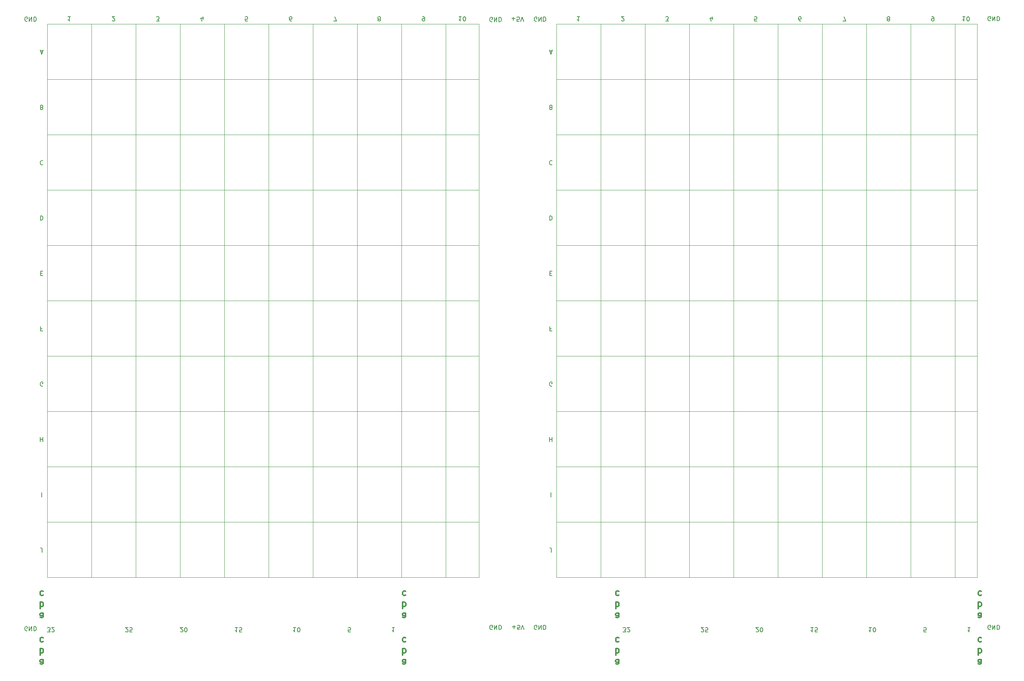
<source format=gbr>
G04 #@! TF.GenerationSoftware,KiCad,Pcbnew,(5.1.4-0-10_14)*
G04 #@! TF.CreationDate,2019-11-30T07:52:10+01:00*
G04 #@! TF.ProjectId,Eurocard_6U_233x160_VME,4575726f-6361-4726-945f-36555f323333,rev?*
G04 #@! TF.SameCoordinates,Original*
G04 #@! TF.FileFunction,Legend,Bot*
G04 #@! TF.FilePolarity,Positive*
%FSLAX46Y46*%
G04 Gerber Fmt 4.6, Leading zero omitted, Abs format (unit mm)*
G04 Created by KiCad (PCBNEW (5.1.4-0-10_14)) date 2019-11-30 07:52:10*
%MOMM*%
%LPD*%
G04 APERTURE LIST*
%ADD10C,0.150000*%
%ADD11C,0.300000*%
%ADD12C,0.120000*%
G04 APERTURE END LIST*
D10*
X141945357Y12404380D02*
X142564404Y12404380D01*
X142231071Y12785333D01*
X142373928Y12785333D01*
X142469166Y12832952D01*
X142516785Y12880571D01*
X142564404Y12975809D01*
X142564404Y13213904D01*
X142516785Y13309142D01*
X142469166Y13356761D01*
X142373928Y13404380D01*
X142088214Y13404380D01*
X141992976Y13356761D01*
X141945357Y13309142D01*
X142945357Y12499619D02*
X142992976Y12452000D01*
X143088214Y12404380D01*
X143326309Y12404380D01*
X143421547Y12452000D01*
X143469166Y12499619D01*
X143516785Y12594857D01*
X143516785Y12690095D01*
X143469166Y12832952D01*
X142897738Y13404380D01*
X143516785Y13404380D01*
X159897738Y12499619D02*
X159945357Y12452000D01*
X160040595Y12404380D01*
X160278690Y12404380D01*
X160373928Y12452000D01*
X160421547Y12499619D01*
X160469166Y12594857D01*
X160469166Y12690095D01*
X160421547Y12832952D01*
X159850119Y13404380D01*
X160469166Y13404380D01*
X161373928Y12404380D02*
X160897738Y12404380D01*
X160850119Y12880571D01*
X160897738Y12832952D01*
X160992976Y12785333D01*
X161231071Y12785333D01*
X161326309Y12832952D01*
X161373928Y12880571D01*
X161421547Y12975809D01*
X161421547Y13213904D01*
X161373928Y13309142D01*
X161326309Y13356761D01*
X161231071Y13404380D01*
X160992976Y13404380D01*
X160897738Y13356761D01*
X160850119Y13309142D01*
X172469166Y12499619D02*
X172516785Y12452000D01*
X172612023Y12404380D01*
X172850119Y12404380D01*
X172945357Y12452000D01*
X172992976Y12499619D01*
X173040595Y12594857D01*
X173040595Y12690095D01*
X172992976Y12832952D01*
X172421547Y13404380D01*
X173040595Y13404380D01*
X173659642Y12404380D02*
X173754880Y12404380D01*
X173850119Y12452000D01*
X173897738Y12499619D01*
X173945357Y12594857D01*
X173992976Y12785333D01*
X173992976Y13023428D01*
X173945357Y13213904D01*
X173897738Y13309142D01*
X173850119Y13356761D01*
X173754880Y13404380D01*
X173659642Y13404380D01*
X173564404Y13356761D01*
X173516785Y13309142D01*
X173469166Y13213904D01*
X173421547Y13023428D01*
X173421547Y12785333D01*
X173469166Y12594857D01*
X173516785Y12499619D01*
X173564404Y12452000D01*
X173659642Y12404380D01*
X185612023Y13404380D02*
X185040595Y13404380D01*
X185326309Y13404380D02*
X185326309Y12404380D01*
X185231071Y12547238D01*
X185135833Y12642476D01*
X185040595Y12690095D01*
X186516785Y12404380D02*
X186040595Y12404380D01*
X185992976Y12880571D01*
X186040595Y12832952D01*
X186135833Y12785333D01*
X186373928Y12785333D01*
X186469166Y12832952D01*
X186516785Y12880571D01*
X186564404Y12975809D01*
X186564404Y13213904D01*
X186516785Y13309142D01*
X186469166Y13356761D01*
X186373928Y13404380D01*
X186135833Y13404380D01*
X186040595Y13356761D01*
X185992976Y13309142D01*
X198945357Y13404380D02*
X198373928Y13404380D01*
X198659642Y13404380D02*
X198659642Y12404380D01*
X198564404Y12547238D01*
X198469166Y12642476D01*
X198373928Y12690095D01*
X199564404Y12404380D02*
X199659642Y12404380D01*
X199754880Y12452000D01*
X199802500Y12499619D01*
X199850119Y12594857D01*
X199897738Y12785333D01*
X199897738Y13023428D01*
X199850119Y13213904D01*
X199802500Y13309142D01*
X199754880Y13356761D01*
X199659642Y13404380D01*
X199564404Y13404380D01*
X199469166Y13356761D01*
X199421547Y13309142D01*
X199373928Y13213904D01*
X199326309Y13023428D01*
X199326309Y12785333D01*
X199373928Y12594857D01*
X199421547Y12499619D01*
X199469166Y12452000D01*
X199564404Y12404380D01*
X211469166Y12404380D02*
X210992976Y12404380D01*
X210945357Y12880571D01*
X210992976Y12832952D01*
X211088214Y12785333D01*
X211326309Y12785333D01*
X211421547Y12832952D01*
X211469166Y12880571D01*
X211516785Y12975809D01*
X211516785Y13213904D01*
X211469166Y13309142D01*
X211421547Y13356761D01*
X211326309Y13404380D01*
X211088214Y13404380D01*
X210992976Y13356761D01*
X210945357Y13309142D01*
X221612023Y13404380D02*
X221040595Y13404380D01*
X221326309Y13404380D02*
X221326309Y12404380D01*
X221231071Y12547238D01*
X221135833Y12642476D01*
X221040595Y12690095D01*
D11*
X140941428Y16668571D02*
X140941428Y15882857D01*
X140870000Y15740000D01*
X140727142Y15668571D01*
X140441428Y15668571D01*
X140298571Y15740000D01*
X140941428Y16597142D02*
X140798571Y16668571D01*
X140441428Y16668571D01*
X140298571Y16597142D01*
X140227142Y16454285D01*
X140227142Y16311428D01*
X140298571Y16168571D01*
X140441428Y16097142D01*
X140798571Y16097142D01*
X140941428Y16025714D01*
X140298571Y19218571D02*
X140298571Y17718571D01*
X140298571Y18290000D02*
X140441428Y18218571D01*
X140727142Y18218571D01*
X140870000Y18290000D01*
X140941428Y18361428D01*
X141012857Y18504285D01*
X141012857Y18932857D01*
X140941428Y19075714D01*
X140870000Y19147142D01*
X140727142Y19218571D01*
X140441428Y19218571D01*
X140298571Y19147142D01*
X140977142Y21697142D02*
X140834285Y21768571D01*
X140548571Y21768571D01*
X140405714Y21697142D01*
X140334285Y21625714D01*
X140262857Y21482857D01*
X140262857Y21054285D01*
X140334285Y20911428D01*
X140405714Y20840000D01*
X140548571Y20768571D01*
X140834285Y20768571D01*
X140977142Y20840000D01*
X224126428Y16668571D02*
X224126428Y15882857D01*
X224055000Y15740000D01*
X223912142Y15668571D01*
X223626428Y15668571D01*
X223483571Y15740000D01*
X224126428Y16597142D02*
X223983571Y16668571D01*
X223626428Y16668571D01*
X223483571Y16597142D01*
X223412142Y16454285D01*
X223412142Y16311428D01*
X223483571Y16168571D01*
X223626428Y16097142D01*
X223983571Y16097142D01*
X224126428Y16025714D01*
X223483571Y19218571D02*
X223483571Y17718571D01*
X223483571Y18290000D02*
X223626428Y18218571D01*
X223912142Y18218571D01*
X224055000Y18290000D01*
X224126428Y18361428D01*
X224197857Y18504285D01*
X224197857Y18932857D01*
X224126428Y19075714D01*
X224055000Y19147142D01*
X223912142Y19218571D01*
X223626428Y19218571D01*
X223483571Y19147142D01*
X224162142Y21697142D02*
X224019285Y21768571D01*
X223733571Y21768571D01*
X223590714Y21697142D01*
X223519285Y21625714D01*
X223447857Y21482857D01*
X223447857Y21054285D01*
X223519285Y20911428D01*
X223590714Y20840000D01*
X223733571Y20768571D01*
X224019285Y20768571D01*
X224162142Y20840000D01*
X140941428Y6000571D02*
X140941428Y5214857D01*
X140870000Y5072000D01*
X140727142Y5000571D01*
X140441428Y5000571D01*
X140298571Y5072000D01*
X140941428Y5929142D02*
X140798571Y6000571D01*
X140441428Y6000571D01*
X140298571Y5929142D01*
X140227142Y5786285D01*
X140227142Y5643428D01*
X140298571Y5500571D01*
X140441428Y5429142D01*
X140798571Y5429142D01*
X140941428Y5357714D01*
X140298571Y8550571D02*
X140298571Y7050571D01*
X140298571Y7622000D02*
X140441428Y7550571D01*
X140727142Y7550571D01*
X140870000Y7622000D01*
X140941428Y7693428D01*
X141012857Y7836285D01*
X141012857Y8264857D01*
X140941428Y8407714D01*
X140870000Y8479142D01*
X140727142Y8550571D01*
X140441428Y8550571D01*
X140298571Y8479142D01*
X140977142Y11029142D02*
X140834285Y11100571D01*
X140548571Y11100571D01*
X140405714Y11029142D01*
X140334285Y10957714D01*
X140262857Y10814857D01*
X140262857Y10386285D01*
X140334285Y10243428D01*
X140405714Y10172000D01*
X140548571Y10100571D01*
X140834285Y10100571D01*
X140977142Y10172000D01*
X224126428Y6000571D02*
X224126428Y5214857D01*
X224055000Y5072000D01*
X223912142Y5000571D01*
X223626428Y5000571D01*
X223483571Y5072000D01*
X224126428Y5929142D02*
X223983571Y6000571D01*
X223626428Y6000571D01*
X223483571Y5929142D01*
X223412142Y5786285D01*
X223412142Y5643428D01*
X223483571Y5500571D01*
X223626428Y5429142D01*
X223983571Y5429142D01*
X224126428Y5357714D01*
X223483571Y8550571D02*
X223483571Y7050571D01*
X223483571Y7622000D02*
X223626428Y7550571D01*
X223912142Y7550571D01*
X224055000Y7622000D01*
X224126428Y7693428D01*
X224197857Y7836285D01*
X224197857Y8264857D01*
X224126428Y8407714D01*
X224055000Y8479142D01*
X223912142Y8550571D01*
X223626428Y8550571D01*
X223483571Y8479142D01*
X224162142Y11029142D02*
X224019285Y11100571D01*
X223733571Y11100571D01*
X223590714Y11029142D01*
X223519285Y10957714D01*
X223447857Y10814857D01*
X223447857Y10386285D01*
X223519285Y10243428D01*
X223590714Y10172000D01*
X223733571Y10100571D01*
X224019285Y10100571D01*
X224162142Y10172000D01*
D10*
X9865357Y12404380D02*
X10484404Y12404380D01*
X10151071Y12785333D01*
X10293928Y12785333D01*
X10389166Y12832952D01*
X10436785Y12880571D01*
X10484404Y12975809D01*
X10484404Y13213904D01*
X10436785Y13309142D01*
X10389166Y13356761D01*
X10293928Y13404380D01*
X10008214Y13404380D01*
X9912976Y13356761D01*
X9865357Y13309142D01*
X10865357Y12499619D02*
X10912976Y12452000D01*
X11008214Y12404380D01*
X11246309Y12404380D01*
X11341547Y12452000D01*
X11389166Y12499619D01*
X11436785Y12594857D01*
X11436785Y12690095D01*
X11389166Y12832952D01*
X10817738Y13404380D01*
X11436785Y13404380D01*
X27817738Y12499619D02*
X27865357Y12452000D01*
X27960595Y12404380D01*
X28198690Y12404380D01*
X28293928Y12452000D01*
X28341547Y12499619D01*
X28389166Y12594857D01*
X28389166Y12690095D01*
X28341547Y12832952D01*
X27770119Y13404380D01*
X28389166Y13404380D01*
X29293928Y12404380D02*
X28817738Y12404380D01*
X28770119Y12880571D01*
X28817738Y12832952D01*
X28912976Y12785333D01*
X29151071Y12785333D01*
X29246309Y12832952D01*
X29293928Y12880571D01*
X29341547Y12975809D01*
X29341547Y13213904D01*
X29293928Y13309142D01*
X29246309Y13356761D01*
X29151071Y13404380D01*
X28912976Y13404380D01*
X28817738Y13356761D01*
X28770119Y13309142D01*
X40389166Y12499619D02*
X40436785Y12452000D01*
X40532023Y12404380D01*
X40770119Y12404380D01*
X40865357Y12452000D01*
X40912976Y12499619D01*
X40960595Y12594857D01*
X40960595Y12690095D01*
X40912976Y12832952D01*
X40341547Y13404380D01*
X40960595Y13404380D01*
X41579642Y12404380D02*
X41674880Y12404380D01*
X41770119Y12452000D01*
X41817738Y12499619D01*
X41865357Y12594857D01*
X41912976Y12785333D01*
X41912976Y13023428D01*
X41865357Y13213904D01*
X41817738Y13309142D01*
X41770119Y13356761D01*
X41674880Y13404380D01*
X41579642Y13404380D01*
X41484404Y13356761D01*
X41436785Y13309142D01*
X41389166Y13213904D01*
X41341547Y13023428D01*
X41341547Y12785333D01*
X41389166Y12594857D01*
X41436785Y12499619D01*
X41484404Y12452000D01*
X41579642Y12404380D01*
X53532023Y13404380D02*
X52960595Y13404380D01*
X53246309Y13404380D02*
X53246309Y12404380D01*
X53151071Y12547238D01*
X53055833Y12642476D01*
X52960595Y12690095D01*
X54436785Y12404380D02*
X53960595Y12404380D01*
X53912976Y12880571D01*
X53960595Y12832952D01*
X54055833Y12785333D01*
X54293928Y12785333D01*
X54389166Y12832952D01*
X54436785Y12880571D01*
X54484404Y12975809D01*
X54484404Y13213904D01*
X54436785Y13309142D01*
X54389166Y13356761D01*
X54293928Y13404380D01*
X54055833Y13404380D01*
X53960595Y13356761D01*
X53912976Y13309142D01*
X66865357Y13404380D02*
X66293928Y13404380D01*
X66579642Y13404380D02*
X66579642Y12404380D01*
X66484404Y12547238D01*
X66389166Y12642476D01*
X66293928Y12690095D01*
X67484404Y12404380D02*
X67579642Y12404380D01*
X67674880Y12452000D01*
X67722500Y12499619D01*
X67770119Y12594857D01*
X67817738Y12785333D01*
X67817738Y13023428D01*
X67770119Y13213904D01*
X67722500Y13309142D01*
X67674880Y13356761D01*
X67579642Y13404380D01*
X67484404Y13404380D01*
X67389166Y13356761D01*
X67341547Y13309142D01*
X67293928Y13213904D01*
X67246309Y13023428D01*
X67246309Y12785333D01*
X67293928Y12594857D01*
X67341547Y12499619D01*
X67389166Y12452000D01*
X67484404Y12404380D01*
X79389166Y12404380D02*
X78912976Y12404380D01*
X78865357Y12880571D01*
X78912976Y12832952D01*
X79008214Y12785333D01*
X79246309Y12785333D01*
X79341547Y12832952D01*
X79389166Y12880571D01*
X79436785Y12975809D01*
X79436785Y13213904D01*
X79389166Y13309142D01*
X79341547Y13356761D01*
X79246309Y13404380D01*
X79008214Y13404380D01*
X78912976Y13356761D01*
X78865357Y13309142D01*
X89532023Y13404380D02*
X88960595Y13404380D01*
X89246309Y13404380D02*
X89246309Y12404380D01*
X89151071Y12547238D01*
X89055833Y12642476D01*
X88960595Y12690095D01*
D11*
X8861428Y16668571D02*
X8861428Y15882857D01*
X8790000Y15740000D01*
X8647142Y15668571D01*
X8361428Y15668571D01*
X8218571Y15740000D01*
X8861428Y16597142D02*
X8718571Y16668571D01*
X8361428Y16668571D01*
X8218571Y16597142D01*
X8147142Y16454285D01*
X8147142Y16311428D01*
X8218571Y16168571D01*
X8361428Y16097142D01*
X8718571Y16097142D01*
X8861428Y16025714D01*
X8218571Y19218571D02*
X8218571Y17718571D01*
X8218571Y18290000D02*
X8361428Y18218571D01*
X8647142Y18218571D01*
X8790000Y18290000D01*
X8861428Y18361428D01*
X8932857Y18504285D01*
X8932857Y18932857D01*
X8861428Y19075714D01*
X8790000Y19147142D01*
X8647142Y19218571D01*
X8361428Y19218571D01*
X8218571Y19147142D01*
X8897142Y21697142D02*
X8754285Y21768571D01*
X8468571Y21768571D01*
X8325714Y21697142D01*
X8254285Y21625714D01*
X8182857Y21482857D01*
X8182857Y21054285D01*
X8254285Y20911428D01*
X8325714Y20840000D01*
X8468571Y20768571D01*
X8754285Y20768571D01*
X8897142Y20840000D01*
X92046428Y16668571D02*
X92046428Y15882857D01*
X91975000Y15740000D01*
X91832142Y15668571D01*
X91546428Y15668571D01*
X91403571Y15740000D01*
X92046428Y16597142D02*
X91903571Y16668571D01*
X91546428Y16668571D01*
X91403571Y16597142D01*
X91332142Y16454285D01*
X91332142Y16311428D01*
X91403571Y16168571D01*
X91546428Y16097142D01*
X91903571Y16097142D01*
X92046428Y16025714D01*
X91403571Y19218571D02*
X91403571Y17718571D01*
X91403571Y18290000D02*
X91546428Y18218571D01*
X91832142Y18218571D01*
X91975000Y18290000D01*
X92046428Y18361428D01*
X92117857Y18504285D01*
X92117857Y18932857D01*
X92046428Y19075714D01*
X91975000Y19147142D01*
X91832142Y19218571D01*
X91546428Y19218571D01*
X91403571Y19147142D01*
X92082142Y21697142D02*
X91939285Y21768571D01*
X91653571Y21768571D01*
X91510714Y21697142D01*
X91439285Y21625714D01*
X91367857Y21482857D01*
X91367857Y21054285D01*
X91439285Y20911428D01*
X91510714Y20840000D01*
X91653571Y20768571D01*
X91939285Y20768571D01*
X92082142Y20840000D01*
X8861428Y6000571D02*
X8861428Y5214857D01*
X8790000Y5072000D01*
X8647142Y5000571D01*
X8361428Y5000571D01*
X8218571Y5072000D01*
X8861428Y5929142D02*
X8718571Y6000571D01*
X8361428Y6000571D01*
X8218571Y5929142D01*
X8147142Y5786285D01*
X8147142Y5643428D01*
X8218571Y5500571D01*
X8361428Y5429142D01*
X8718571Y5429142D01*
X8861428Y5357714D01*
X8218571Y8550571D02*
X8218571Y7050571D01*
X8218571Y7622000D02*
X8361428Y7550571D01*
X8647142Y7550571D01*
X8790000Y7622000D01*
X8861428Y7693428D01*
X8932857Y7836285D01*
X8932857Y8264857D01*
X8861428Y8407714D01*
X8790000Y8479142D01*
X8647142Y8550571D01*
X8361428Y8550571D01*
X8218571Y8479142D01*
X8897142Y11029142D02*
X8754285Y11100571D01*
X8468571Y11100571D01*
X8325714Y11029142D01*
X8254285Y10957714D01*
X8182857Y10814857D01*
X8182857Y10386285D01*
X8254285Y10243428D01*
X8325714Y10172000D01*
X8468571Y10100571D01*
X8754285Y10100571D01*
X8897142Y10172000D01*
X92046428Y6000571D02*
X92046428Y5214857D01*
X91975000Y5072000D01*
X91832142Y5000571D01*
X91546428Y5000571D01*
X91403571Y5072000D01*
X92046428Y5929142D02*
X91903571Y6000571D01*
X91546428Y6000571D01*
X91403571Y5929142D01*
X91332142Y5786285D01*
X91332142Y5643428D01*
X91403571Y5500571D01*
X91546428Y5429142D01*
X91903571Y5429142D01*
X92046428Y5357714D01*
X91403571Y8550571D02*
X91403571Y7050571D01*
X91403571Y7622000D02*
X91546428Y7550571D01*
X91832142Y7550571D01*
X91975000Y7622000D01*
X92046428Y7693428D01*
X92117857Y7836285D01*
X92117857Y8264857D01*
X92046428Y8407714D01*
X91975000Y8479142D01*
X91832142Y8550571D01*
X91546428Y8550571D01*
X91403571Y8479142D01*
X92082142Y11029142D02*
X91939285Y11100571D01*
X91653571Y11100571D01*
X91510714Y11029142D01*
X91439285Y10957714D01*
X91367857Y10814857D01*
X91367857Y10386285D01*
X91439285Y10243428D01*
X91510714Y10172000D01*
X91653571Y10100571D01*
X91939285Y10100571D01*
X92082142Y10172000D01*
D12*
X218090000Y151890000D02*
X218090000Y24890000D01*
X223170000Y151890000D02*
X223170000Y24890000D01*
X223170000Y126490000D02*
X126650000Y126490000D01*
X126650000Y139190000D02*
X223170000Y139190000D01*
X146970000Y151890000D02*
X146970000Y24890000D01*
X136810000Y24890000D02*
X136810000Y151890000D01*
X157130000Y151890000D02*
X157130000Y24890000D01*
X167290000Y24890000D02*
X167290000Y151890000D01*
X177450000Y151890000D02*
X177450000Y24890000D01*
X187610000Y24890000D02*
X187610000Y151890000D01*
X197770000Y151890000D02*
X197770000Y24890000D01*
X126650000Y37590000D02*
X223170000Y37590000D01*
X126650000Y151890000D02*
X223170000Y151890000D01*
X207930000Y151890000D02*
X207930000Y24890000D01*
X223170000Y101090000D02*
X126650000Y101090000D01*
X126650000Y113790000D02*
X223170000Y113790000D01*
X223170000Y50290000D02*
X126650000Y50290000D01*
X126650000Y62990000D02*
X223170000Y62990000D01*
X223170000Y75690000D02*
X126650000Y75690000D01*
X126650000Y88390000D02*
X223170000Y88390000D01*
X223170000Y24890000D02*
X126650000Y24890000D01*
X126650000Y24890000D02*
X126650000Y151890000D01*
D10*
X125094285Y57092380D02*
X125094285Y56092380D01*
X125094285Y56568571D02*
X125665714Y56568571D01*
X125665714Y57092380D02*
X125665714Y56092380D01*
X125522857Y30692380D02*
X125522857Y31406666D01*
X125475238Y31549523D01*
X125380000Y31644761D01*
X125237142Y31692380D01*
X125141904Y31692380D01*
X125380000Y44392380D02*
X125380000Y43392380D01*
X220439523Y153612380D02*
X219868095Y153612380D01*
X220153809Y153612380D02*
X220153809Y152612380D01*
X220058571Y152755238D01*
X219963333Y152850476D01*
X219868095Y152898095D01*
X221058571Y152612380D02*
X221153809Y152612380D01*
X221249047Y152660000D01*
X221296666Y152707619D01*
X221344285Y152802857D01*
X221391904Y152993333D01*
X221391904Y153231428D01*
X221344285Y153421904D01*
X221296666Y153517142D01*
X221249047Y153564761D01*
X221153809Y153612380D01*
X221058571Y153612380D01*
X220963333Y153564761D01*
X220915714Y153517142D01*
X220868095Y153421904D01*
X220820476Y153231428D01*
X220820476Y152993333D01*
X220868095Y152802857D01*
X220915714Y152707619D01*
X220963333Y152660000D01*
X221058571Y152612380D01*
X212819523Y153612380D02*
X213010000Y153612380D01*
X213105238Y153564761D01*
X213152857Y153517142D01*
X213248095Y153374285D01*
X213295714Y153183809D01*
X213295714Y152802857D01*
X213248095Y152707619D01*
X213200476Y152660000D01*
X213105238Y152612380D01*
X212914761Y152612380D01*
X212819523Y152660000D01*
X212771904Y152707619D01*
X212724285Y152802857D01*
X212724285Y153040952D01*
X212771904Y153136190D01*
X212819523Y153183809D01*
X212914761Y153231428D01*
X213105238Y153231428D01*
X213200476Y153183809D01*
X213248095Y153136190D01*
X213295714Y153040952D01*
X125522857Y81968571D02*
X125189523Y81968571D01*
X125189523Y82492380D02*
X125189523Y81492380D01*
X125665714Y81492380D01*
X125641904Y68840000D02*
X125546666Y68792380D01*
X125403809Y68792380D01*
X125260952Y68840000D01*
X125165714Y68935238D01*
X125118095Y69030476D01*
X125070476Y69220952D01*
X125070476Y69363809D01*
X125118095Y69554285D01*
X125165714Y69649523D01*
X125260952Y69744761D01*
X125403809Y69792380D01*
X125499047Y69792380D01*
X125641904Y69744761D01*
X125689523Y69697142D01*
X125689523Y69363809D01*
X125499047Y69363809D01*
X125165714Y94668571D02*
X125499047Y94668571D01*
X125641904Y95192380D02*
X125165714Y95192380D01*
X125165714Y94192380D01*
X125641904Y94192380D01*
X125118095Y107892380D02*
X125118095Y106892380D01*
X125356190Y106892380D01*
X125499047Y106940000D01*
X125594285Y107035238D01*
X125641904Y107130476D01*
X125689523Y107320952D01*
X125689523Y107463809D01*
X125641904Y107654285D01*
X125594285Y107749523D01*
X125499047Y107844761D01*
X125356190Y107892380D01*
X125118095Y107892380D01*
X125689523Y120497142D02*
X125641904Y120544761D01*
X125499047Y120592380D01*
X125403809Y120592380D01*
X125260952Y120544761D01*
X125165714Y120449523D01*
X125118095Y120354285D01*
X125070476Y120163809D01*
X125070476Y120020952D01*
X125118095Y119830476D01*
X125165714Y119735238D01*
X125260952Y119640000D01*
X125403809Y119592380D01*
X125499047Y119592380D01*
X125641904Y119640000D01*
X125689523Y119687619D01*
X132015714Y153612380D02*
X131444285Y153612380D01*
X131730000Y153612380D02*
X131730000Y152612380D01*
X131634761Y152755238D01*
X131539523Y152850476D01*
X131444285Y152898095D01*
X151716666Y152612380D02*
X152335714Y152612380D01*
X152002380Y152993333D01*
X152145238Y152993333D01*
X152240476Y153040952D01*
X152288095Y153088571D01*
X152335714Y153183809D01*
X152335714Y153421904D01*
X152288095Y153517142D01*
X152240476Y153564761D01*
X152145238Y153612380D01*
X151859523Y153612380D01*
X151764285Y153564761D01*
X151716666Y153517142D01*
X202754761Y153040952D02*
X202659523Y152993333D01*
X202611904Y152945714D01*
X202564285Y152850476D01*
X202564285Y152802857D01*
X202611904Y152707619D01*
X202659523Y152660000D01*
X202754761Y152612380D01*
X202945238Y152612380D01*
X203040476Y152660000D01*
X203088095Y152707619D01*
X203135714Y152802857D01*
X203135714Y152850476D01*
X203088095Y152945714D01*
X203040476Y152993333D01*
X202945238Y153040952D01*
X202754761Y153040952D01*
X202659523Y153088571D01*
X202611904Y153136190D01*
X202564285Y153231428D01*
X202564285Y153421904D01*
X202611904Y153517142D01*
X202659523Y153564761D01*
X202754761Y153612380D01*
X202945238Y153612380D01*
X203040476Y153564761D01*
X203088095Y153517142D01*
X203135714Y153421904D01*
X203135714Y153231428D01*
X203088095Y153136190D01*
X203040476Y153088571D01*
X202945238Y153040952D01*
X182720476Y152612380D02*
X182530000Y152612380D01*
X182434761Y152660000D01*
X182387142Y152707619D01*
X182291904Y152850476D01*
X182244285Y153040952D01*
X182244285Y153421904D01*
X182291904Y153517142D01*
X182339523Y153564761D01*
X182434761Y153612380D01*
X182625238Y153612380D01*
X182720476Y153564761D01*
X182768095Y153517142D01*
X182815714Y153421904D01*
X182815714Y153183809D01*
X182768095Y153088571D01*
X182720476Y153040952D01*
X182625238Y152993333D01*
X182434761Y152993333D01*
X182339523Y153040952D01*
X182291904Y153088571D01*
X182244285Y153183809D01*
X192356666Y152612380D02*
X193023333Y152612380D01*
X192594761Y153612380D01*
X141604285Y152707619D02*
X141651904Y152660000D01*
X141747142Y152612380D01*
X141985238Y152612380D01*
X142080476Y152660000D01*
X142128095Y152707619D01*
X142175714Y152802857D01*
X142175714Y152898095D01*
X142128095Y153040952D01*
X141556666Y153612380D01*
X142175714Y153612380D01*
X162400476Y152945714D02*
X162400476Y153612380D01*
X162162380Y152564761D02*
X161924285Y153279047D01*
X162543333Y153279047D01*
X172608095Y152612380D02*
X172131904Y152612380D01*
X172084285Y153088571D01*
X172131904Y153040952D01*
X172227142Y152993333D01*
X172465238Y152993333D01*
X172560476Y153040952D01*
X172608095Y153088571D01*
X172655714Y153183809D01*
X172655714Y153421904D01*
X172608095Y153517142D01*
X172560476Y153564761D01*
X172465238Y153612380D01*
X172227142Y153612380D01*
X172131904Y153564761D01*
X172084285Y153517142D01*
X125451428Y132768571D02*
X125594285Y132816190D01*
X125641904Y132863809D01*
X125689523Y132959047D01*
X125689523Y133101904D01*
X125641904Y133197142D01*
X125594285Y133244761D01*
X125499047Y133292380D01*
X125118095Y133292380D01*
X125118095Y132292380D01*
X125451428Y132292380D01*
X125546666Y132340000D01*
X125594285Y132387619D01*
X125641904Y132482857D01*
X125641904Y132578095D01*
X125594285Y132673333D01*
X125546666Y132720952D01*
X125451428Y132768571D01*
X125118095Y132768571D01*
X125141904Y145706666D02*
X125618095Y145706666D01*
X125046666Y145992380D02*
X125380000Y144992380D01*
X125713333Y145992380D01*
X104869523Y153612380D02*
X104298095Y153612380D01*
X104583809Y153612380D02*
X104583809Y152612380D01*
X104488571Y152755238D01*
X104393333Y152850476D01*
X104298095Y152898095D01*
X105488571Y152612380D02*
X105583809Y152612380D01*
X105679047Y152660000D01*
X105726666Y152707619D01*
X105774285Y152802857D01*
X105821904Y152993333D01*
X105821904Y153231428D01*
X105774285Y153421904D01*
X105726666Y153517142D01*
X105679047Y153564761D01*
X105583809Y153612380D01*
X105488571Y153612380D01*
X105393333Y153564761D01*
X105345714Y153517142D01*
X105298095Y153421904D01*
X105250476Y153231428D01*
X105250476Y152993333D01*
X105298095Y152802857D01*
X105345714Y152707619D01*
X105393333Y152660000D01*
X105488571Y152612380D01*
X95979523Y153612380D02*
X96170000Y153612380D01*
X96265238Y153564761D01*
X96312857Y153517142D01*
X96408095Y153374285D01*
X96455714Y153183809D01*
X96455714Y152802857D01*
X96408095Y152707619D01*
X96360476Y152660000D01*
X96265238Y152612380D01*
X96074761Y152612380D01*
X95979523Y152660000D01*
X95931904Y152707619D01*
X95884285Y152802857D01*
X95884285Y153040952D01*
X95931904Y153136190D01*
X95979523Y153183809D01*
X96074761Y153231428D01*
X96265238Y153231428D01*
X96360476Y153183809D01*
X96408095Y153136190D01*
X96455714Y153040952D01*
D12*
X108870000Y151890000D02*
X108870000Y24890000D01*
X101250000Y151890000D02*
X101250000Y24890000D01*
X30130000Y151890000D02*
X30130000Y24890000D01*
X19970000Y24890000D02*
X19970000Y151890000D01*
X40290000Y151890000D02*
X40290000Y24890000D01*
X50450000Y24890000D02*
X50450000Y151890000D01*
X60610000Y151890000D02*
X60610000Y24890000D01*
X70770000Y24890000D02*
X70770000Y151890000D01*
X80930000Y151890000D02*
X80930000Y24890000D01*
X9810000Y37590000D02*
X108870000Y37590000D01*
X108870000Y50290000D02*
X9810000Y50290000D01*
X9810000Y62990000D02*
X108870000Y62990000D01*
X108870000Y75690000D02*
X9810000Y75690000D01*
X9810000Y88390000D02*
X108870000Y88390000D01*
X108870000Y101090000D02*
X9810000Y101090000D01*
X9810000Y113790000D02*
X108870000Y113790000D01*
X108870000Y126490000D02*
X9810000Y126490000D01*
X9810000Y139190000D02*
X108870000Y139190000D01*
X9810000Y151890000D02*
X108870000Y151890000D01*
X91090000Y151890000D02*
X91090000Y24890000D01*
X108870000Y24890000D02*
X9810000Y24890000D01*
X9810000Y24890000D02*
X9810000Y151890000D01*
D10*
X8682857Y30692380D02*
X8682857Y31406666D01*
X8635238Y31549523D01*
X8540000Y31644761D01*
X8397142Y31692380D01*
X8301904Y31692380D01*
X8540000Y44392380D02*
X8540000Y43392380D01*
X8254285Y57092380D02*
X8254285Y56092380D01*
X8254285Y56568571D02*
X8825714Y56568571D01*
X8825714Y57092380D02*
X8825714Y56092380D01*
X8801904Y68840000D02*
X8706666Y68792380D01*
X8563809Y68792380D01*
X8420952Y68840000D01*
X8325714Y68935238D01*
X8278095Y69030476D01*
X8230476Y69220952D01*
X8230476Y69363809D01*
X8278095Y69554285D01*
X8325714Y69649523D01*
X8420952Y69744761D01*
X8563809Y69792380D01*
X8659047Y69792380D01*
X8801904Y69744761D01*
X8849523Y69697142D01*
X8849523Y69363809D01*
X8659047Y69363809D01*
X8682857Y81968571D02*
X8349523Y81968571D01*
X8349523Y82492380D02*
X8349523Y81492380D01*
X8825714Y81492380D01*
X8325714Y94668571D02*
X8659047Y94668571D01*
X8801904Y95192380D02*
X8325714Y95192380D01*
X8325714Y94192380D01*
X8801904Y94192380D01*
X8278095Y107892380D02*
X8278095Y106892380D01*
X8516190Y106892380D01*
X8659047Y106940000D01*
X8754285Y107035238D01*
X8801904Y107130476D01*
X8849523Y107320952D01*
X8849523Y107463809D01*
X8801904Y107654285D01*
X8754285Y107749523D01*
X8659047Y107844761D01*
X8516190Y107892380D01*
X8278095Y107892380D01*
X8849523Y120497142D02*
X8801904Y120544761D01*
X8659047Y120592380D01*
X8563809Y120592380D01*
X8420952Y120544761D01*
X8325714Y120449523D01*
X8278095Y120354285D01*
X8230476Y120163809D01*
X8230476Y120020952D01*
X8278095Y119830476D01*
X8325714Y119735238D01*
X8420952Y119640000D01*
X8563809Y119592380D01*
X8659047Y119592380D01*
X8801904Y119640000D01*
X8849523Y119687619D01*
X8611428Y132768571D02*
X8754285Y132816190D01*
X8801904Y132863809D01*
X8849523Y132959047D01*
X8849523Y133101904D01*
X8801904Y133197142D01*
X8754285Y133244761D01*
X8659047Y133292380D01*
X8278095Y133292380D01*
X8278095Y132292380D01*
X8611428Y132292380D01*
X8706666Y132340000D01*
X8754285Y132387619D01*
X8801904Y132482857D01*
X8801904Y132578095D01*
X8754285Y132673333D01*
X8706666Y132720952D01*
X8611428Y132768571D01*
X8278095Y132768571D01*
X8301904Y145706666D02*
X8778095Y145706666D01*
X8206666Y145992380D02*
X8540000Y144992380D01*
X8873333Y145992380D01*
X55768095Y152612380D02*
X55291904Y152612380D01*
X55244285Y153088571D01*
X55291904Y153040952D01*
X55387142Y152993333D01*
X55625238Y152993333D01*
X55720476Y153040952D01*
X55768095Y153088571D01*
X55815714Y153183809D01*
X55815714Y153421904D01*
X55768095Y153517142D01*
X55720476Y153564761D01*
X55625238Y153612380D01*
X55387142Y153612380D01*
X55291904Y153564761D01*
X55244285Y153517142D01*
X85914761Y153040952D02*
X85819523Y152993333D01*
X85771904Y152945714D01*
X85724285Y152850476D01*
X85724285Y152802857D01*
X85771904Y152707619D01*
X85819523Y152660000D01*
X85914761Y152612380D01*
X86105238Y152612380D01*
X86200476Y152660000D01*
X86248095Y152707619D01*
X86295714Y152802857D01*
X86295714Y152850476D01*
X86248095Y152945714D01*
X86200476Y152993333D01*
X86105238Y153040952D01*
X85914761Y153040952D01*
X85819523Y153088571D01*
X85771904Y153136190D01*
X85724285Y153231428D01*
X85724285Y153421904D01*
X85771904Y153517142D01*
X85819523Y153564761D01*
X85914761Y153612380D01*
X86105238Y153612380D01*
X86200476Y153564761D01*
X86248095Y153517142D01*
X86295714Y153421904D01*
X86295714Y153231428D01*
X86248095Y153136190D01*
X86200476Y153088571D01*
X86105238Y153040952D01*
X65880476Y152612380D02*
X65690000Y152612380D01*
X65594761Y152660000D01*
X65547142Y152707619D01*
X65451904Y152850476D01*
X65404285Y153040952D01*
X65404285Y153421904D01*
X65451904Y153517142D01*
X65499523Y153564761D01*
X65594761Y153612380D01*
X65785238Y153612380D01*
X65880476Y153564761D01*
X65928095Y153517142D01*
X65975714Y153421904D01*
X65975714Y153183809D01*
X65928095Y153088571D01*
X65880476Y153040952D01*
X65785238Y152993333D01*
X65594761Y152993333D01*
X65499523Y153040952D01*
X65451904Y153088571D01*
X65404285Y153183809D01*
X75516666Y152612380D02*
X76183333Y152612380D01*
X75754761Y153612380D01*
X24764285Y152707619D02*
X24811904Y152660000D01*
X24907142Y152612380D01*
X25145238Y152612380D01*
X25240476Y152660000D01*
X25288095Y152707619D01*
X25335714Y152802857D01*
X25335714Y152898095D01*
X25288095Y153040952D01*
X24716666Y153612380D01*
X25335714Y153612380D01*
X45560476Y152945714D02*
X45560476Y153612380D01*
X45322380Y152564761D02*
X45084285Y153279047D01*
X45703333Y153279047D01*
X34876666Y152612380D02*
X35495714Y152612380D01*
X35162380Y152993333D01*
X35305238Y152993333D01*
X35400476Y153040952D01*
X35448095Y153088571D01*
X35495714Y153183809D01*
X35495714Y153421904D01*
X35448095Y153517142D01*
X35400476Y153564761D01*
X35305238Y153612380D01*
X35019523Y153612380D01*
X34924285Y153564761D01*
X34876666Y153517142D01*
X15175714Y153612380D02*
X14604285Y153612380D01*
X14890000Y153612380D02*
X14890000Y152612380D01*
X14794761Y152755238D01*
X14699523Y152850476D01*
X14604285Y152898095D01*
X116414285Y153171428D02*
X117176190Y153171428D01*
X116795238Y153552380D02*
X116795238Y152790476D01*
X118128571Y152552380D02*
X117652380Y152552380D01*
X117604761Y153028571D01*
X117652380Y152980952D01*
X117747619Y152933333D01*
X117985714Y152933333D01*
X118080952Y152980952D01*
X118128571Y153028571D01*
X118176190Y153123809D01*
X118176190Y153361904D01*
X118128571Y153457142D01*
X118080952Y153504761D01*
X117985714Y153552380D01*
X117747619Y153552380D01*
X117652380Y153504761D01*
X117604761Y153457142D01*
X118461904Y152552380D02*
X118795238Y153552380D01*
X119128571Y152552380D01*
X116514285Y13571428D02*
X117276190Y13571428D01*
X116895238Y13952380D02*
X116895238Y13190476D01*
X118228571Y12952380D02*
X117752380Y12952380D01*
X117704761Y13428571D01*
X117752380Y13380952D01*
X117847619Y13333333D01*
X118085714Y13333333D01*
X118180952Y13380952D01*
X118228571Y13428571D01*
X118276190Y13523809D01*
X118276190Y13761904D01*
X118228571Y13857142D01*
X118180952Y13904761D01*
X118085714Y13952380D01*
X117847619Y13952380D01*
X117752380Y13904761D01*
X117704761Y13857142D01*
X118561904Y12952380D02*
X118895238Y13952380D01*
X119228571Y12952380D01*
X226238095Y13000000D02*
X226142857Y12952380D01*
X226000000Y12952380D01*
X225857142Y13000000D01*
X225761904Y13095238D01*
X225714285Y13190476D01*
X225666666Y13380952D01*
X225666666Y13523809D01*
X225714285Y13714285D01*
X225761904Y13809523D01*
X225857142Y13904761D01*
X226000000Y13952380D01*
X226095238Y13952380D01*
X226238095Y13904761D01*
X226285714Y13857142D01*
X226285714Y13523809D01*
X226095238Y13523809D01*
X226714285Y13952380D02*
X226714285Y12952380D01*
X227285714Y13952380D01*
X227285714Y12952380D01*
X227761904Y13952380D02*
X227761904Y12952380D01*
X228000000Y12952380D01*
X228142857Y13000000D01*
X228238095Y13095238D01*
X228285714Y13190476D01*
X228333333Y13380952D01*
X228333333Y13523809D01*
X228285714Y13714285D01*
X228238095Y13809523D01*
X228142857Y13904761D01*
X228000000Y13952380D01*
X227761904Y13952380D01*
X226238095Y152700000D02*
X226142857Y152652380D01*
X226000000Y152652380D01*
X225857142Y152700000D01*
X225761904Y152795238D01*
X225714285Y152890476D01*
X225666666Y153080952D01*
X225666666Y153223809D01*
X225714285Y153414285D01*
X225761904Y153509523D01*
X225857142Y153604761D01*
X226000000Y153652380D01*
X226095238Y153652380D01*
X226238095Y153604761D01*
X226285714Y153557142D01*
X226285714Y153223809D01*
X226095238Y153223809D01*
X226714285Y153652380D02*
X226714285Y152652380D01*
X227285714Y153652380D01*
X227285714Y152652380D01*
X227761904Y153652380D02*
X227761904Y152652380D01*
X228000000Y152652380D01*
X228142857Y152700000D01*
X228238095Y152795238D01*
X228285714Y152890476D01*
X228333333Y153080952D01*
X228333333Y153223809D01*
X228285714Y153414285D01*
X228238095Y153509523D01*
X228142857Y153604761D01*
X228000000Y153652380D01*
X227761904Y153652380D01*
X122138095Y152600000D02*
X122042857Y152552380D01*
X121900000Y152552380D01*
X121757142Y152600000D01*
X121661904Y152695238D01*
X121614285Y152790476D01*
X121566666Y152980952D01*
X121566666Y153123809D01*
X121614285Y153314285D01*
X121661904Y153409523D01*
X121757142Y153504761D01*
X121900000Y153552380D01*
X121995238Y153552380D01*
X122138095Y153504761D01*
X122185714Y153457142D01*
X122185714Y153123809D01*
X121995238Y153123809D01*
X122614285Y153552380D02*
X122614285Y152552380D01*
X123185714Y153552380D01*
X123185714Y152552380D01*
X123661904Y153552380D02*
X123661904Y152552380D01*
X123900000Y152552380D01*
X124042857Y152600000D01*
X124138095Y152695238D01*
X124185714Y152790476D01*
X124233333Y152980952D01*
X124233333Y153123809D01*
X124185714Y153314285D01*
X124138095Y153409523D01*
X124042857Y153504761D01*
X123900000Y153552380D01*
X123661904Y153552380D01*
X111938095Y152500000D02*
X111842857Y152452380D01*
X111700000Y152452380D01*
X111557142Y152500000D01*
X111461904Y152595238D01*
X111414285Y152690476D01*
X111366666Y152880952D01*
X111366666Y153023809D01*
X111414285Y153214285D01*
X111461904Y153309523D01*
X111557142Y153404761D01*
X111700000Y153452380D01*
X111795238Y153452380D01*
X111938095Y153404761D01*
X111985714Y153357142D01*
X111985714Y153023809D01*
X111795238Y153023809D01*
X112414285Y153452380D02*
X112414285Y152452380D01*
X112985714Y153452380D01*
X112985714Y152452380D01*
X113461904Y153452380D02*
X113461904Y152452380D01*
X113700000Y152452380D01*
X113842857Y152500000D01*
X113938095Y152595238D01*
X113985714Y152690476D01*
X114033333Y152880952D01*
X114033333Y153023809D01*
X113985714Y153214285D01*
X113938095Y153309523D01*
X113842857Y153404761D01*
X113700000Y153452380D01*
X113461904Y153452380D01*
X122138095Y13000000D02*
X122042857Y12952380D01*
X121900000Y12952380D01*
X121757142Y13000000D01*
X121661904Y13095238D01*
X121614285Y13190476D01*
X121566666Y13380952D01*
X121566666Y13523809D01*
X121614285Y13714285D01*
X121661904Y13809523D01*
X121757142Y13904761D01*
X121900000Y13952380D01*
X121995238Y13952380D01*
X122138095Y13904761D01*
X122185714Y13857142D01*
X122185714Y13523809D01*
X121995238Y13523809D01*
X122614285Y13952380D02*
X122614285Y12952380D01*
X123185714Y13952380D01*
X123185714Y12952380D01*
X123661904Y13952380D02*
X123661904Y12952380D01*
X123900000Y12952380D01*
X124042857Y13000000D01*
X124138095Y13095238D01*
X124185714Y13190476D01*
X124233333Y13380952D01*
X124233333Y13523809D01*
X124185714Y13714285D01*
X124138095Y13809523D01*
X124042857Y13904761D01*
X123900000Y13952380D01*
X123661904Y13952380D01*
X111938095Y13000000D02*
X111842857Y12952380D01*
X111700000Y12952380D01*
X111557142Y13000000D01*
X111461904Y13095238D01*
X111414285Y13190476D01*
X111366666Y13380952D01*
X111366666Y13523809D01*
X111414285Y13714285D01*
X111461904Y13809523D01*
X111557142Y13904761D01*
X111700000Y13952380D01*
X111795238Y13952380D01*
X111938095Y13904761D01*
X111985714Y13857142D01*
X111985714Y13523809D01*
X111795238Y13523809D01*
X112414285Y13952380D02*
X112414285Y12952380D01*
X112985714Y13952380D01*
X112985714Y12952380D01*
X113461904Y13952380D02*
X113461904Y12952380D01*
X113700000Y12952380D01*
X113842857Y13000000D01*
X113938095Y13095238D01*
X113985714Y13190476D01*
X114033333Y13380952D01*
X114033333Y13523809D01*
X113985714Y13714285D01*
X113938095Y13809523D01*
X113842857Y13904761D01*
X113700000Y13952380D01*
X113461904Y13952380D01*
X5238095Y12700000D02*
X5142857Y12652380D01*
X5000000Y12652380D01*
X4857142Y12700000D01*
X4761904Y12795238D01*
X4714285Y12890476D01*
X4666666Y13080952D01*
X4666666Y13223809D01*
X4714285Y13414285D01*
X4761904Y13509523D01*
X4857142Y13604761D01*
X5000000Y13652380D01*
X5095238Y13652380D01*
X5238095Y13604761D01*
X5285714Y13557142D01*
X5285714Y13223809D01*
X5095238Y13223809D01*
X5714285Y13652380D02*
X5714285Y12652380D01*
X6285714Y13652380D01*
X6285714Y12652380D01*
X6761904Y13652380D02*
X6761904Y12652380D01*
X7000000Y12652380D01*
X7142857Y12700000D01*
X7238095Y12795238D01*
X7285714Y12890476D01*
X7333333Y13080952D01*
X7333333Y13223809D01*
X7285714Y13414285D01*
X7238095Y13509523D01*
X7142857Y13604761D01*
X7000000Y13652380D01*
X6761904Y13652380D01*
X5238095Y152600000D02*
X5142857Y152552380D01*
X5000000Y152552380D01*
X4857142Y152600000D01*
X4761904Y152695238D01*
X4714285Y152790476D01*
X4666666Y152980952D01*
X4666666Y153123809D01*
X4714285Y153314285D01*
X4761904Y153409523D01*
X4857142Y153504761D01*
X5000000Y153552380D01*
X5095238Y153552380D01*
X5238095Y153504761D01*
X5285714Y153457142D01*
X5285714Y153123809D01*
X5095238Y153123809D01*
X5714285Y153552380D02*
X5714285Y152552380D01*
X6285714Y153552380D01*
X6285714Y152552380D01*
X6761904Y153552380D02*
X6761904Y152552380D01*
X7000000Y152552380D01*
X7142857Y152600000D01*
X7238095Y152695238D01*
X7285714Y152790476D01*
X7333333Y152980952D01*
X7333333Y153123809D01*
X7285714Y153314285D01*
X7238095Y153409523D01*
X7142857Y153504761D01*
X7000000Y153552380D01*
X6761904Y153552380D01*
M02*

</source>
